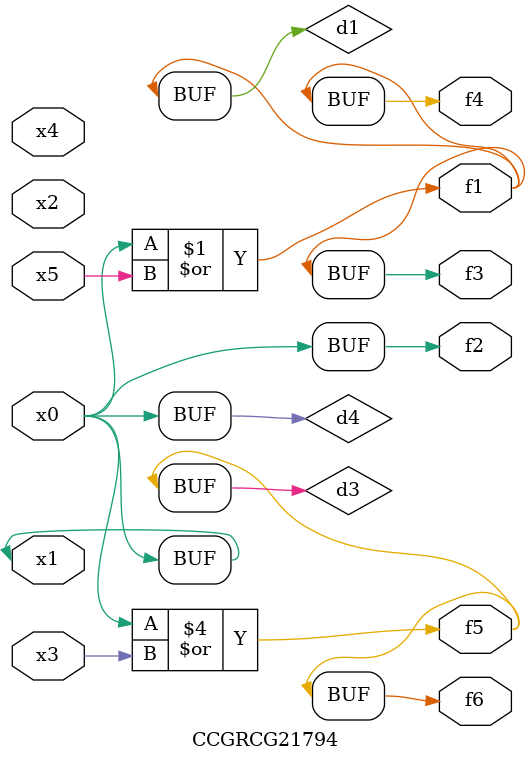
<source format=v>
module CCGRCG21794(
	input x0, x1, x2, x3, x4, x5,
	output f1, f2, f3, f4, f5, f6
);

	wire d1, d2, d3, d4;

	or (d1, x0, x5);
	xnor (d2, x1, x4);
	or (d3, x0, x3);
	buf (d4, x0, x1);
	assign f1 = d1;
	assign f2 = d4;
	assign f3 = d1;
	assign f4 = d1;
	assign f5 = d3;
	assign f6 = d3;
endmodule

</source>
